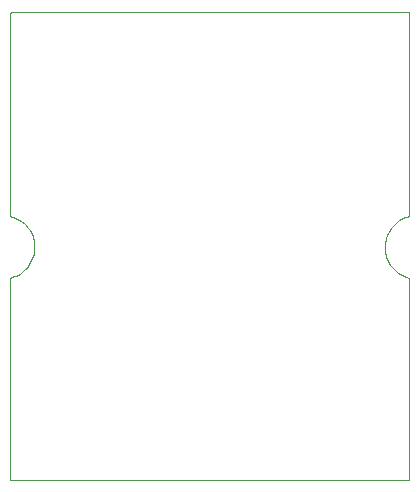
<source format=gbr>
%FSTAX23Y23*%
%MOMM*%
%SFA1B1*%

%IPPOS*%
%ADD39C,0.025400*%
%LNflightstick_buttonpanelv3r_profile-1*%
%LPD*%
G54D39*
X-16889Y-09373D02*
Y07536D01*
D01*
X-16888Y07545*
X-16887Y07554*
X-16886Y07563*
X-16884Y07571*
X-16881Y0758*
X-16878Y07588*
X-16874Y07596*
X-16869Y07604*
X-16864Y07611*
X-16859Y07618*
X-16853Y07625*
X-16846Y07631*
X-1684Y07636*
X-16832Y07642*
X-16825Y07646*
X-16817Y07651*
X-16809Y07654*
X-16801Y07657*
X-16792Y0766*
X-16783Y07662*
X-16774Y07663*
X-16766Y07663*
X-16757*
X-16748Y07663*
X-16739Y07662*
X-16737Y07661*
D01*
X-1656Y07721*
X-16388Y07792*
X-16221Y07876*
X-16061Y07971*
X-15907Y08077*
X-15762Y08193*
X-15624Y0832*
X-15496Y08455*
X-15378Y08599*
X-1527Y08751*
X-15172Y08911*
X-15087Y09076*
X-15013Y09248*
X-14951Y09424*
X-14901Y09603*
X-14864Y09786*
X-1484Y09971*
X-14829Y10157*
X-14829Y10222*
D01*
X-14835Y10409*
X-14855Y10594*
X-14887Y10778*
X-14932Y10959*
X-1499Y11136*
X-1506Y11309*
X-15141Y11477*
X-15235Y11639*
X-15339Y11793*
X-15454Y1194*
X-15579Y12079*
X-15713Y12208*
X-15856Y12328*
X-16007Y12438*
X-16165Y12537*
X-1633Y12624*
X-165Y127*
X-16675Y12764*
X-16737Y12783*
D01*
X-16746Y12782*
X-16755Y12781*
X-16764Y12781*
X-16773Y12782*
X-16781Y12783*
X-1679Y12785*
X-16799Y12787*
X-16807Y1279*
X-16815Y12793*
X-16823Y12797*
X-16831Y12802*
X-16838Y12807*
X-16845Y12813*
X-16851Y12819*
X-16858Y12825*
X-16863Y12832*
X-16868Y1284*
X-16873Y12847*
X-16877Y12855*
X-1688Y12863*
X-16883Y12872*
X-16885Y1288*
X-16887Y12889*
X-16888Y12898*
X-16889Y12907*
Y12909*
Y2975*
X-16891Y29775*
Y29972*
D01*
X-16891Y29981*
X-1689Y2999*
X-16888Y29998*
X-16886Y30007*
X-16883Y30015*
X-1688Y30024*
X-16876Y30032*
X-16872Y30039*
X-16867Y30047*
X-16861Y30054*
X-16855Y3006*
X-16849Y30067*
X-16842Y30072*
X-16835Y30077*
X-16827Y30082*
X-16819Y30086*
X-16811Y3009*
X-16803Y30093*
X-16794Y30096*
X-16786Y30097*
X-16777Y30099*
X-16768Y30099*
X-16764Y30099*
X16764*
D01*
X16772Y30099*
X16781Y30098*
X1679Y30096*
X16799Y30094*
X16807Y30092*
X16815Y30088*
X16823Y30084*
X16831Y3008*
X16838Y30075*
X16845Y30069*
X16852Y30064*
X16858Y30057*
X16864Y3005*
X16869Y30043*
X16874Y30036*
X16878Y30028*
X16882Y3002*
X16885Y30011*
X16887Y30003*
X16889Y29994*
X1689Y29985*
X16891Y29976*
X16891Y29972*
Y29845*
X16885Y29772*
Y12909*
D01*
X16885Y129*
X16884Y12891*
X16882Y12882*
X1688Y12873*
X16878Y12865*
X16874Y12857*
X1687Y12849*
X16866Y12841*
X16861Y12834*
X16855Y12827*
X16849Y1282*
X16843Y12814*
X16836Y12808*
X16829Y12803*
X16822Y12798*
X16814Y12794*
X16806Y1279*
X16797Y12787*
X16789Y12785*
X1678Y12783*
X16771Y12782*
X16762Y12781*
X16758Y12781*
X16726*
D01*
X1655Y12721*
X16378Y12649*
X16211Y12565*
X16051Y12469*
X15898Y12363*
X15752Y12246*
X15615Y12119*
X15488Y11984*
X1537Y11839*
X15262Y11687*
X15165Y11527*
X1508Y11361*
X15006Y1119*
X14945Y11014*
X14896Y10834*
X1486Y10651*
X14836Y10466*
X14826Y10279*
X14828Y10093*
X14844Y09907*
X14872Y09723*
X14914Y09541*
X14967Y09362*
X15034Y09188*
X15112Y09018*
X15202Y08855*
X15303Y08698*
X15414Y08549*
X15536Y08407*
X15668Y08275*
X15808Y08152*
X15956Y08039*
X16112Y07937*
X16275Y07846*
X16444Y07766*
X16618Y07699*
X16744Y07658*
X16816Y07603*
D01*
X16824Y07598*
X16831Y07593*
X16837Y07587*
X16844Y0758*
X16849Y07574*
X16855Y07566*
X16859Y07559*
X16864Y07551*
X16867Y07543*
X1687Y07535*
X16873Y07526*
X16875Y07517*
X16876Y07509*
X16877Y075*
X16877Y07494*
Y-09397*
D01*
X16877Y-09406*
X16876Y-09415*
X16874Y-09424*
X16872Y-09432*
X16869Y-09441*
X16866Y-09449*
X16862Y-09457*
X16858Y-09465*
X16853Y-09472*
X16847Y-09479*
X16841Y-09486*
X16835Y-09492*
X16828Y-09497*
X16821Y-09503*
X16813Y-09507*
X16805Y-09512*
X16797Y-09515*
X16789Y-09518*
X1678Y-09521*
X16772Y-09523*
X16763Y-09524*
X16754Y-09524*
X1675Y-09524*
X-16764*
D01*
X-16772Y-09524*
X-16781Y-09523*
X-1679Y-09522*
X-16799Y-0952*
X-16807Y-09517*
X-16815Y-09513*
X-16823Y-0951*
X-16831Y-09505*
X-16838Y-095*
X-16845Y-09495*
X-16852Y-09489*
X-16858Y-09482*
X-16864Y-09476*
X-16869Y-09468*
X-16874Y-09461*
X-16878Y-09453*
X-16882Y-09445*
X-16885Y-09436*
X-16887Y-09428*
X-16889Y-09419*
X-1689Y-0941*
X-16891Y-09402*
Y-09393*
X-1689Y-09384*
X-16889Y-09375*
X-16889Y-09373*
M02*
</source>
